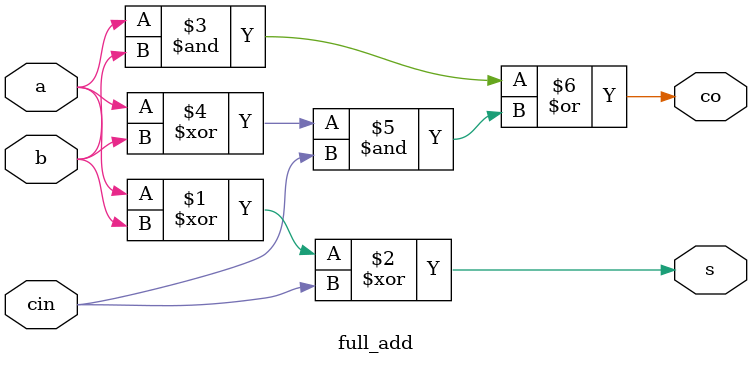
<source format=v>
module top_module( 
    input [99:0] a, b,
    input cin,
    output [99:0] cout,
    output [99:0] sum );

    full_add add0(
        .a(a[0]),
        .b(b[0]),
        .cin(cin),
        .s(sum[0]),
        .co(cout[0])
    );
    
    genvar i;
    generate
        for(i=1; i<100; i++)
            begin: loop
                full_add add(
                    .a(a[i]),
                    .b(b[i]),
                    .cin(cout[i-1]),
                    .s(sum[i]),
                    .co(cout[i])
                );
            end
    endgenerate
endmodule

module full_add (
    input a,
    input b,
    input cin,
    output s,
    output co
);
    assign s = a ^ b ^ cin;
    assign co = (a & b) | ((a ^ b) & cin);
endmodule

</source>
